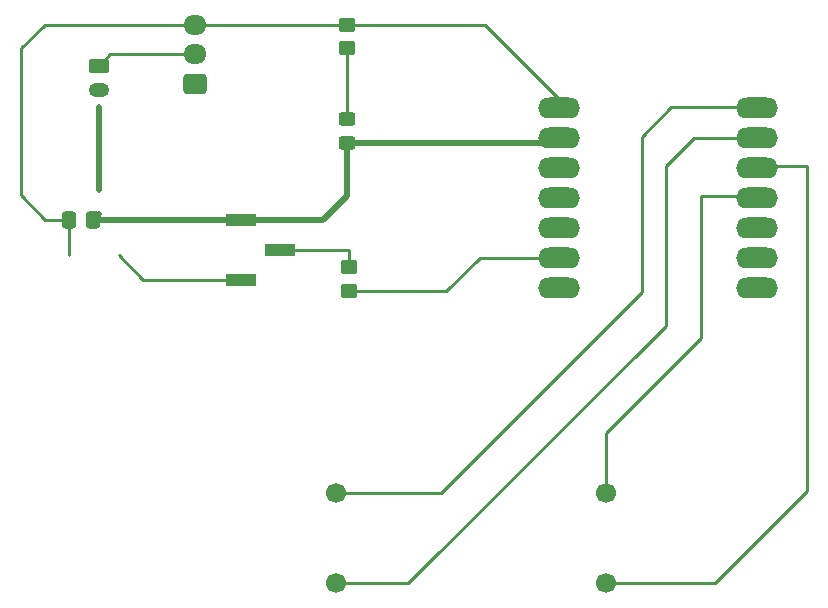
<source format=gbr>
%TF.GenerationSoftware,KiCad,Pcbnew,8.0.8*%
%TF.CreationDate,2025-02-21T00:42:49-08:00*%
%TF.ProjectId,jazmyn_hwsw,6a617a6d-796e-45f6-9877-73772e6b6963,rev?*%
%TF.SameCoordinates,Original*%
%TF.FileFunction,Copper,L1,Top*%
%TF.FilePolarity,Positive*%
%FSLAX46Y46*%
G04 Gerber Fmt 4.6, Leading zero omitted, Abs format (unit mm)*
G04 Created by KiCad (PCBNEW 8.0.8) date 2025-02-21 00:42:49*
%MOMM*%
%LPD*%
G01*
G04 APERTURE LIST*
G04 Aperture macros list*
%AMRoundRect*
0 Rectangle with rounded corners*
0 $1 Rounding radius*
0 $2 $3 $4 $5 $6 $7 $8 $9 X,Y pos of 4 corners*
0 Add a 4 corners polygon primitive as box body*
4,1,4,$2,$3,$4,$5,$6,$7,$8,$9,$2,$3,0*
0 Add four circle primitives for the rounded corners*
1,1,$1+$1,$2,$3*
1,1,$1+$1,$4,$5*
1,1,$1+$1,$6,$7*
1,1,$1+$1,$8,$9*
0 Add four rect primitives between the rounded corners*
20,1,$1+$1,$2,$3,$4,$5,0*
20,1,$1+$1,$4,$5,$6,$7,0*
20,1,$1+$1,$6,$7,$8,$9,0*
20,1,$1+$1,$8,$9,$2,$3,0*%
G04 Aperture macros list end*
%TA.AperFunction,SMDPad,CuDef*%
%ADD10RoundRect,0.250000X0.450000X-0.325000X0.450000X0.325000X-0.450000X0.325000X-0.450000X-0.325000X0*%
%TD*%
%TA.AperFunction,SMDPad,CuDef*%
%ADD11RoundRect,0.250000X-0.337500X-0.475000X0.337500X-0.475000X0.337500X0.475000X-0.337500X0.475000X0*%
%TD*%
%TA.AperFunction,SMDPad,CuDef*%
%ADD12RoundRect,0.250000X-0.450000X0.350000X-0.450000X-0.350000X0.450000X-0.350000X0.450000X0.350000X0*%
%TD*%
%TA.AperFunction,ComponentPad*%
%ADD13RoundRect,0.250000X0.725000X-0.600000X0.725000X0.600000X-0.725000X0.600000X-0.725000X-0.600000X0*%
%TD*%
%TA.AperFunction,ComponentPad*%
%ADD14O,1.950000X1.700000*%
%TD*%
%TA.AperFunction,SMDPad,CuDef*%
%ADD15R,2.510000X1.000000*%
%TD*%
%TA.AperFunction,ComponentPad*%
%ADD16RoundRect,0.250000X-0.625000X0.350000X-0.625000X-0.350000X0.625000X-0.350000X0.625000X0.350000X0*%
%TD*%
%TA.AperFunction,ComponentPad*%
%ADD17O,1.750000X1.200000*%
%TD*%
%TA.AperFunction,ComponentPad*%
%ADD18O,3.556000X1.778000*%
%TD*%
%TA.AperFunction,ComponentPad*%
%ADD19C,1.700000*%
%TD*%
%TA.AperFunction,Conductor*%
%ADD20C,0.500000*%
%TD*%
%TA.AperFunction,Conductor*%
%ADD21C,0.254000*%
%TD*%
%TA.AperFunction,Conductor*%
%ADD22C,0.200000*%
%TD*%
G04 APERTURE END LIST*
D10*
%TO.P,D1,1,K*%
%TO.N,GND*%
X120500000Y-74025000D03*
%TO.P,D1,2,A*%
%TO.N,Net-(D1-A)*%
X120500000Y-71975000D03*
%TD*%
D11*
%TO.P,C1,1*%
%TO.N,Net-(J1-Pin_1)*%
X96962500Y-80500000D03*
%TO.P,C1,2*%
%TO.N,GND*%
X99037500Y-80500000D03*
%TD*%
D12*
%TO.P,R1,1*%
%TO.N,Net-(J1-Pin_1)*%
X120500000Y-64000000D03*
%TO.P,R1,2*%
%TO.N,Net-(D1-A)*%
X120500000Y-66000000D03*
%TD*%
D13*
%TO.P,SW1,1,A*%
%TO.N,unconnected-(SW1-A-Pad1)*%
X107650000Y-69000000D03*
D14*
%TO.P,SW1,2,B*%
%TO.N,Net-(BT1-+)*%
X107650000Y-66500000D03*
%TO.P,SW1,3,C*%
%TO.N,Net-(J1-Pin_1)*%
X107650000Y-64000000D03*
%TD*%
D15*
%TO.P,J1,1,Pin_1*%
%TO.N,Net-(J1-Pin_1)*%
X111575000Y-85590000D03*
%TO.P,J1,2,Pin_2*%
%TO.N,Net-(J1-Pin_2)*%
X114885000Y-83050000D03*
%TO.P,J1,3,Pin_3*%
%TO.N,GND*%
X111575000Y-80510000D03*
%TD*%
D16*
%TO.P,BT1,1,+*%
%TO.N,Net-(BT1-+)*%
X99500000Y-67500000D03*
D17*
%TO.P,BT1,2,-*%
%TO.N,GND*%
X99500000Y-69500000D03*
%TD*%
D12*
%TO.P,R2,1*%
%TO.N,Net-(J1-Pin_2)*%
X120730000Y-84550000D03*
%TO.P,R2,2*%
%TO.N,Net-(U1-GPIO7_A8_D8_SCK)*%
X120730000Y-86550000D03*
%TD*%
D18*
%TO.P,U1,1,GPIO1_A0_D0*%
%TO.N,Net-(U1-GPIO1_A0_D0)*%
X155262000Y-71050000D03*
%TO.P,U1,2,GPIO2_A1_D1*%
%TO.N,Net-(M1--)*%
X155262000Y-73590000D03*
%TO.P,U1,3,GPIO3_A2_D2*%
%TO.N,Net-(U1-GPIO3_A2_D2)*%
X155262000Y-76130000D03*
%TO.P,U1,4,GPIO4_A3_D3*%
%TO.N,Net-(U1-GPIO4_A3_D3)*%
X155262000Y-78670000D03*
%TO.P,U1,5,GPIO4_A3_D3_SDA*%
%TO.N,unconnected-(U1-GPIO4_A3_D3_SDA-Pad5)*%
X155262000Y-81210000D03*
%TO.P,U1,6,GPIO6_A5_D5_SCL*%
%TO.N,unconnected-(U1-GPIO6_A5_D5_SCL-Pad6)*%
X155262000Y-83750000D03*
%TO.P,U1,7,GPIO43_TX_D6*%
%TO.N,unconnected-(U1-GPIO43_TX_D6-Pad7)*%
X155262000Y-86290000D03*
%TO.P,U1,8,5V*%
%TO.N,Net-(J1-Pin_1)*%
X138498000Y-71050000D03*
%TO.P,U1,9,GND*%
%TO.N,GND*%
X138498000Y-73590000D03*
%TO.P,U1,10,3V3*%
%TO.N,unconnected-(U1-3V3-Pad10)*%
X138498000Y-76130000D03*
%TO.P,U1,11,GPIO9_A10_D10_COPI*%
%TO.N,unconnected-(U1-GPIO9_A10_D10_COPI-Pad11)*%
X138498000Y-78670000D03*
%TO.P,U1,12,GPIO8_A9_D9_CIPO*%
%TO.N,unconnected-(U1-GPIO8_A9_D9_CIPO-Pad12)*%
X138498000Y-81210000D03*
%TO.P,U1,13,GPIO7_A8_D8_SCK*%
%TO.N,Net-(U1-GPIO7_A8_D8_SCK)*%
X138498000Y-83750000D03*
%TO.P,U1,14,GPIO44_D7_RX*%
%TO.N,unconnected-(U1-GPIO44_D7_RX-Pad14)*%
X138498000Y-86290000D03*
%TD*%
D19*
%TO.P,M1,1*%
%TO.N,Net-(U1-GPIO1_A0_D0)*%
X119570000Y-103690000D03*
%TO.P,M1,2,-*%
%TO.N,Net-(M1--)*%
X119570000Y-111310000D03*
%TO.P,M1,3*%
%TO.N,Net-(U1-GPIO3_A2_D2)*%
X142430000Y-111310000D03*
%TO.P,M1,4*%
%TO.N,Net-(U1-GPIO4_A3_D3)*%
X142430000Y-103690000D03*
%TD*%
D20*
%TO.N,GND*%
X99047500Y-80510000D02*
X111575000Y-80510000D01*
X118490000Y-80510000D02*
X111575000Y-80510000D01*
X120500000Y-78500000D02*
X118490000Y-80510000D01*
X99037500Y-80500000D02*
X99047500Y-80510000D01*
X139260000Y-73590000D02*
X138825000Y-74025000D01*
X111535000Y-80550000D02*
X111575000Y-80510000D01*
X99500000Y-71000000D02*
X99500000Y-77987500D01*
X120500000Y-74025000D02*
X120500000Y-78500000D01*
X111575000Y-80510000D02*
X111565000Y-80500000D01*
X138825000Y-74025000D02*
X120500000Y-74025000D01*
X99550000Y-79987500D02*
X99037500Y-80500000D01*
X111565000Y-80500000D02*
X107305000Y-80500000D01*
D21*
%TO.N,Net-(BT1-+)*%
X100500000Y-66500000D02*
X99500000Y-67500000D01*
X107650000Y-66500000D02*
X100500000Y-66500000D01*
%TO.N,Net-(J1-Pin_2)*%
X114885000Y-83050000D02*
X120730000Y-83050000D01*
X120730000Y-83050000D02*
X120730000Y-84550000D01*
%TO.N,Net-(D1-A)*%
X120500000Y-66000000D02*
X120500000Y-71450000D01*
%TO.N,Net-(J1-Pin_1)*%
X120500000Y-64000000D02*
X107650000Y-64000000D01*
X101192500Y-83512500D02*
X103270000Y-85590000D01*
X132210000Y-64000000D02*
X139260000Y-71050000D01*
X92950000Y-66000000D02*
X92950000Y-78450000D01*
X95000000Y-80500000D02*
X96962500Y-80500000D01*
X92950000Y-78450000D02*
X93000000Y-78500000D01*
X103270000Y-85590000D02*
X111575000Y-85590000D01*
X107650000Y-64000000D02*
X94950000Y-64000000D01*
X94950000Y-64000000D02*
X92950000Y-66000000D01*
X93000000Y-78500000D02*
X95000000Y-80500000D01*
X96962500Y-80500000D02*
X96962500Y-83462500D01*
X120500000Y-64000000D02*
X132210000Y-64000000D01*
%TO.N,Net-(U1-GPIO1_A0_D0)*%
X145500000Y-73500000D02*
X145500000Y-86657304D01*
X154450000Y-71000000D02*
X148000000Y-71000000D01*
X145500000Y-86657304D02*
X128467304Y-103690000D01*
X154500000Y-71050000D02*
X154450000Y-71000000D01*
X148000000Y-71000000D02*
X145500000Y-73500000D01*
X128467304Y-103690000D02*
X119570000Y-103690000D01*
%TO.N,Net-(M1--)*%
X147500000Y-89500000D02*
X125690000Y-111310000D01*
X149910000Y-73590000D02*
X147500000Y-76000000D01*
X154500000Y-73590000D02*
X149910000Y-73590000D01*
X147500000Y-76000000D02*
X147500000Y-89500000D01*
X125690000Y-111310000D02*
X119570000Y-111310000D01*
%TO.N,Net-(U1-GPIO3_A2_D2)*%
X154630000Y-76000000D02*
X154500000Y-76130000D01*
X151690000Y-111310000D02*
X159500000Y-103500000D01*
X159500000Y-76000000D02*
X154630000Y-76000000D01*
X159500000Y-103500000D02*
X159500000Y-76000000D01*
X142430000Y-111310000D02*
X151690000Y-111310000D01*
%TO.N,Net-(U1-GPIO4_A3_D3)*%
X150500000Y-90500000D02*
X150500000Y-78500000D01*
X142430000Y-103690000D02*
X142430000Y-98570000D01*
X150500000Y-78500000D02*
X154330000Y-78500000D01*
X154330000Y-78500000D02*
X154500000Y-78670000D01*
D22*
X154670000Y-78500000D02*
X154500000Y-78670000D01*
D21*
X142430000Y-98570000D02*
X150500000Y-90500000D01*
%TO.N,Net-(U1-GPIO7_A8_D8_SCK)*%
X128950000Y-86550000D02*
X131750000Y-83750000D01*
X120730000Y-86550000D02*
X128950000Y-86550000D01*
X131750000Y-83750000D02*
X139260000Y-83750000D01*
%TD*%
M02*

</source>
